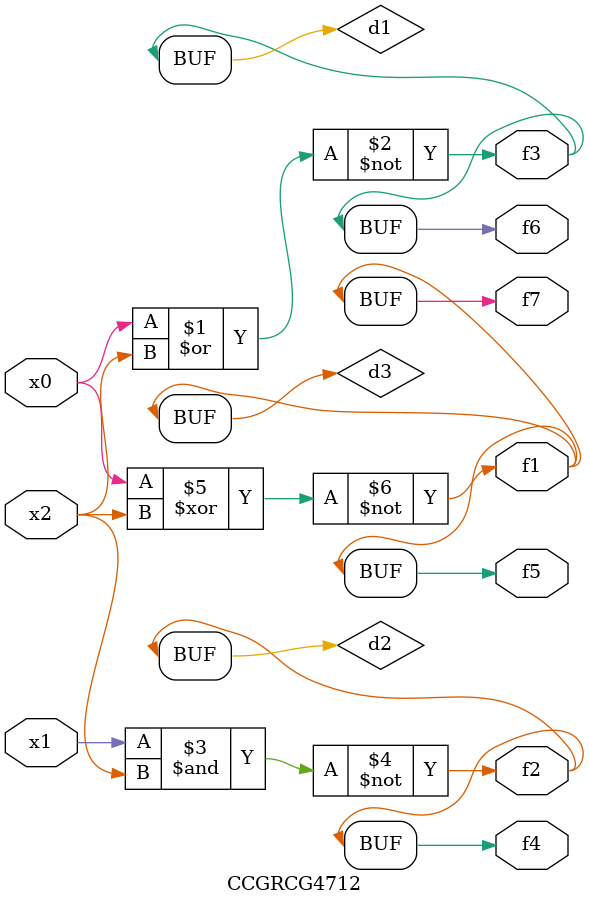
<source format=v>
module CCGRCG4712(
	input x0, x1, x2,
	output f1, f2, f3, f4, f5, f6, f7
);

	wire d1, d2, d3;

	nor (d1, x0, x2);
	nand (d2, x1, x2);
	xnor (d3, x0, x2);
	assign f1 = d3;
	assign f2 = d2;
	assign f3 = d1;
	assign f4 = d2;
	assign f5 = d3;
	assign f6 = d1;
	assign f7 = d3;
endmodule

</source>
